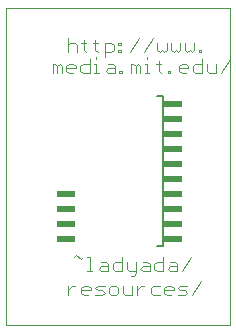
<source format=gto>
G75*
G70*
%OFA0B0*%
%FSLAX24Y24*%
%IPPOS*%
%LPD*%
%AMOC8*
5,1,8,0,0,1.08239X$1,22.5*
%
%ADD10C,0.0000*%
%ADD11C,0.0040*%
%ADD12C,0.0080*%
%ADD13R,0.0598X0.0193*%
%ADD14R,0.0599X0.0193*%
D10*
X001713Y012343D02*
X001713Y001773D01*
X009206Y001773D01*
X009206Y012343D01*
X001713Y012343D01*
D11*
X003281Y010485D02*
X003281Y010178D01*
X003435Y010178D02*
X003435Y010408D01*
X003512Y010485D01*
X003588Y010408D01*
X003588Y010178D01*
X003435Y010408D02*
X003358Y010485D01*
X003281Y010485D01*
X003742Y010408D02*
X003742Y010255D01*
X003818Y010178D01*
X003972Y010178D01*
X004049Y010331D02*
X003742Y010331D01*
X003742Y010408D02*
X003818Y010485D01*
X003972Y010485D01*
X004049Y010408D01*
X004049Y010331D01*
X004202Y010255D02*
X004202Y010408D01*
X004279Y010485D01*
X004509Y010485D01*
X004509Y010638D02*
X004509Y010178D01*
X004279Y010178D01*
X004202Y010255D01*
X004662Y010178D02*
X004816Y010178D01*
X004739Y010178D02*
X004739Y010485D01*
X004662Y010485D01*
X004739Y010638D02*
X004739Y010715D01*
X004779Y010878D02*
X004702Y010955D01*
X004702Y011262D01*
X004625Y011185D02*
X004779Y011185D01*
X005009Y011185D02*
X005239Y011185D01*
X005316Y011108D01*
X005316Y010955D01*
X005239Y010878D01*
X005009Y010878D01*
X005009Y010725D02*
X005009Y011185D01*
X005469Y011185D02*
X005469Y011108D01*
X005546Y011108D01*
X005546Y011185D01*
X005469Y011185D01*
X005469Y010955D02*
X005469Y010878D01*
X005546Y010878D01*
X005546Y010955D01*
X005469Y010955D01*
X005853Y010878D02*
X006160Y011338D01*
X006620Y011338D02*
X006313Y010878D01*
X006427Y010715D02*
X006427Y010638D01*
X006427Y010485D02*
X006427Y010178D01*
X006350Y010178D02*
X006504Y010178D01*
X006427Y010485D02*
X006350Y010485D01*
X006197Y010408D02*
X006197Y010178D01*
X006044Y010178D02*
X006044Y010408D01*
X006120Y010485D01*
X006197Y010408D01*
X006044Y010408D02*
X005967Y010485D01*
X005890Y010485D01*
X005890Y010178D01*
X005583Y010178D02*
X005506Y010178D01*
X005506Y010255D01*
X005583Y010255D01*
X005583Y010178D01*
X005353Y010178D02*
X005123Y010178D01*
X005046Y010255D01*
X005123Y010331D01*
X005353Y010331D01*
X005353Y010408D02*
X005353Y010178D01*
X005353Y010408D02*
X005276Y010485D01*
X005123Y010485D01*
X004395Y010878D02*
X004318Y010955D01*
X004318Y011262D01*
X004242Y011185D02*
X004395Y011185D01*
X004088Y011108D02*
X004088Y010878D01*
X004088Y011108D02*
X004012Y011185D01*
X003858Y011185D01*
X003781Y011108D01*
X003781Y011338D02*
X003781Y010878D01*
X006734Y010485D02*
X006887Y010485D01*
X006811Y010562D02*
X006811Y010255D01*
X006887Y010178D01*
X007118Y010178D02*
X007194Y010178D01*
X007194Y010255D01*
X007118Y010255D01*
X007118Y010178D01*
X007501Y010255D02*
X007501Y010408D01*
X007578Y010485D01*
X007731Y010485D01*
X007808Y010408D01*
X007808Y010331D01*
X007501Y010331D01*
X007501Y010255D02*
X007578Y010178D01*
X007731Y010178D01*
X007962Y010255D02*
X007962Y010408D01*
X008038Y010485D01*
X008269Y010485D01*
X008269Y010638D02*
X008269Y010178D01*
X008038Y010178D01*
X007962Y010255D01*
X008422Y010255D02*
X008499Y010178D01*
X008729Y010178D01*
X008729Y010485D01*
X008422Y010485D02*
X008422Y010255D01*
X008882Y010178D02*
X009189Y010638D01*
X008231Y010878D02*
X008155Y010878D01*
X008155Y010955D01*
X008231Y010955D01*
X008231Y010878D01*
X008001Y010955D02*
X008001Y011185D01*
X008001Y010955D02*
X007925Y010878D01*
X007848Y010955D01*
X007771Y010878D01*
X007694Y010955D01*
X007694Y011185D01*
X007541Y011185D02*
X007541Y010955D01*
X007464Y010878D01*
X007387Y010955D01*
X007311Y010878D01*
X007234Y010955D01*
X007234Y011185D01*
X007081Y011185D02*
X007081Y010955D01*
X007004Y010878D01*
X006927Y010955D01*
X006850Y010878D01*
X006774Y010955D01*
X006774Y011185D01*
X006974Y004038D02*
X006974Y003578D01*
X006744Y003578D01*
X006667Y003655D01*
X006667Y003808D01*
X006744Y003885D01*
X006974Y003885D01*
X007204Y003885D02*
X007357Y003885D01*
X007434Y003808D01*
X007434Y003578D01*
X007204Y003578D01*
X007127Y003655D01*
X007204Y003731D01*
X007434Y003731D01*
X007588Y003578D02*
X007894Y004038D01*
X008231Y003238D02*
X007925Y002778D01*
X007771Y002855D02*
X007694Y002931D01*
X007541Y002931D01*
X007464Y003008D01*
X007541Y003085D01*
X007771Y003085D01*
X007771Y002855D02*
X007694Y002778D01*
X007464Y002778D01*
X007311Y002931D02*
X007004Y002931D01*
X007004Y002855D02*
X007004Y003008D01*
X007081Y003085D01*
X007234Y003085D01*
X007311Y003008D01*
X007311Y002931D01*
X007234Y002778D02*
X007081Y002778D01*
X007004Y002855D01*
X006850Y002778D02*
X006620Y002778D01*
X006544Y002855D01*
X006544Y003008D01*
X006620Y003085D01*
X006850Y003085D01*
X006513Y003578D02*
X006283Y003578D01*
X006206Y003655D01*
X006283Y003731D01*
X006513Y003731D01*
X006513Y003808D02*
X006437Y003885D01*
X006283Y003885D01*
X006053Y003885D02*
X006053Y003501D01*
X005976Y003425D01*
X005900Y003425D01*
X005823Y003578D02*
X006053Y003578D01*
X005823Y003578D02*
X005746Y003655D01*
X005746Y003885D01*
X005593Y003885D02*
X005362Y003885D01*
X005286Y003808D01*
X005286Y003655D01*
X005362Y003578D01*
X005593Y003578D01*
X005593Y004038D01*
X005132Y003808D02*
X005132Y003578D01*
X004902Y003578D01*
X004825Y003655D01*
X004902Y003731D01*
X005132Y003731D01*
X005132Y003808D02*
X005056Y003885D01*
X004902Y003885D01*
X004595Y003578D02*
X004442Y003578D01*
X004518Y003578D02*
X004518Y004038D01*
X004442Y004038D01*
X004288Y004038D02*
X004212Y003962D01*
X004058Y004115D01*
X003981Y004038D01*
X004012Y003085D02*
X003935Y003085D01*
X003781Y002931D01*
X003781Y002778D02*
X003781Y003085D01*
X004242Y003008D02*
X004242Y002855D01*
X004318Y002778D01*
X004472Y002778D01*
X004549Y002931D02*
X004242Y002931D01*
X004242Y003008D02*
X004318Y003085D01*
X004472Y003085D01*
X004549Y003008D01*
X004549Y002931D01*
X004702Y003008D02*
X004779Y003085D01*
X005009Y003085D01*
X004932Y002931D02*
X004779Y002931D01*
X004702Y003008D01*
X004702Y002778D02*
X004932Y002778D01*
X005009Y002855D01*
X004932Y002931D01*
X005162Y002855D02*
X005239Y002778D01*
X005393Y002778D01*
X005469Y002855D01*
X005469Y003008D01*
X005393Y003085D01*
X005239Y003085D01*
X005162Y003008D01*
X005162Y002855D01*
X005623Y002855D02*
X005700Y002778D01*
X005930Y002778D01*
X005930Y003085D01*
X006083Y003085D02*
X006083Y002778D01*
X006083Y002931D02*
X006237Y003085D01*
X006313Y003085D01*
X006513Y003578D02*
X006513Y003808D01*
X005623Y003085D02*
X005623Y002855D01*
D12*
X006771Y004413D02*
X006968Y004413D01*
X006968Y009403D01*
X006771Y009403D01*
D13*
X007307Y006158D03*
X007307Y005658D03*
X007307Y005158D03*
X007307Y004658D03*
X003716Y004658D03*
X003716Y005158D03*
X003716Y005658D03*
X003716Y006158D03*
D14*
X007307Y006658D03*
X007307Y007158D03*
X007307Y007658D03*
X007307Y008158D03*
X007307Y008658D03*
X007307Y009158D03*
M02*

</source>
